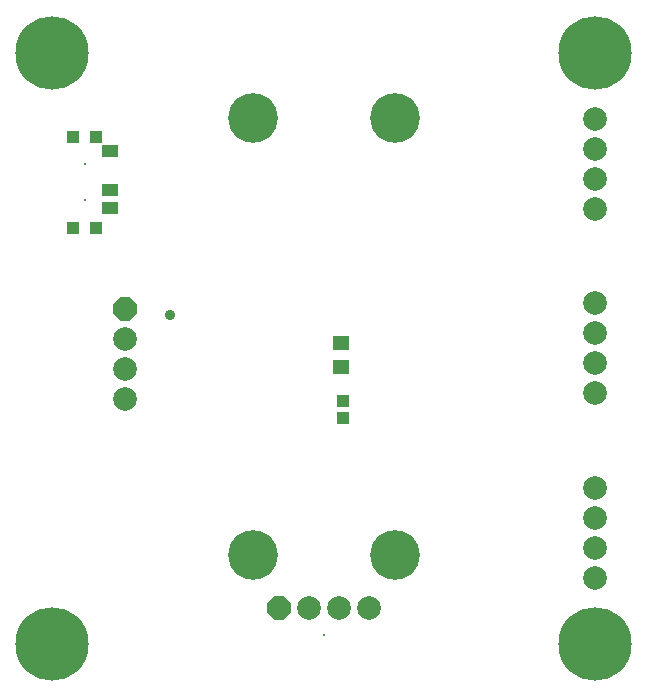
<source format=gts>
G04 Layer_Color=8388736*
%FSLAX44Y44*%
%MOMM*%
G71*
G01*
G75*
%ADD26R,1.4532X1.2032*%
%ADD27R,1.0532X1.0532*%
%ADD28R,1.1032X1.0032*%
%ADD29R,1.4532X1.1032*%
G04:AMPARAMS|DCode=30|XSize=0.2032mm|YSize=0.2032mm|CornerRadius=0mm|HoleSize=0mm|Usage=FLASHONLY|Rotation=0.000|XOffset=0mm|YOffset=0mm|HoleType=Round|Shape=RoundedRectangle|*
%AMROUNDEDRECTD30*
21,1,0.2032,0.2032,0,0,0.0*
21,1,0.2032,0.2032,0,0,0.0*
1,1,0.0000,0.1016,-0.1016*
1,1,0.0000,-0.1016,-0.1016*
1,1,0.0000,-0.1016,0.1016*
1,1,0.0000,0.1016,0.1016*
%
%ADD30ROUNDEDRECTD30*%
%ADD31P,2.1683X8X22.5*%
%ADD32C,2.0032*%
%ADD33C,0.2032*%
%ADD34P,2.1683X8X292.5*%
%ADD35C,4.2032*%
%ADD36C,6.2032*%
%ADD37C,0.9032*%
D26*
X290050Y304360D02*
D03*
Y284360D02*
D03*
D27*
X291160Y255470D02*
D03*
Y241470D02*
D03*
D28*
X82480Y479350D02*
D03*
X62480D02*
D03*
X82480Y402350D02*
D03*
X62480D02*
D03*
D29*
X94230Y418850D02*
D03*
Y433850D02*
D03*
Y466850D02*
D03*
D30*
X275000Y57200D02*
D03*
D31*
X236900Y80000D02*
D03*
D32*
X262300D02*
D03*
X287700D02*
D03*
X313100D02*
D03*
X504500Y156470D02*
D03*
Y131070D02*
D03*
Y105670D02*
D03*
Y181870D02*
D03*
Y312720D02*
D03*
Y287320D02*
D03*
Y261920D02*
D03*
Y338120D02*
D03*
X107000Y257150D02*
D03*
Y282550D02*
D03*
Y307950D02*
D03*
X504500Y468920D02*
D03*
Y443520D02*
D03*
Y418120D02*
D03*
Y494320D02*
D03*
D33*
X72480Y455850D02*
D03*
Y425850D02*
D03*
D34*
X107000Y333350D02*
D03*
D35*
X335000Y125000D02*
D03*
X215000D02*
D03*
X335000Y495000D02*
D03*
X215000D02*
D03*
D36*
X505000Y50000D02*
D03*
X45000D02*
D03*
Y550000D02*
D03*
X505000D02*
D03*
D37*
X145000Y328000D02*
D03*
M02*

</source>
